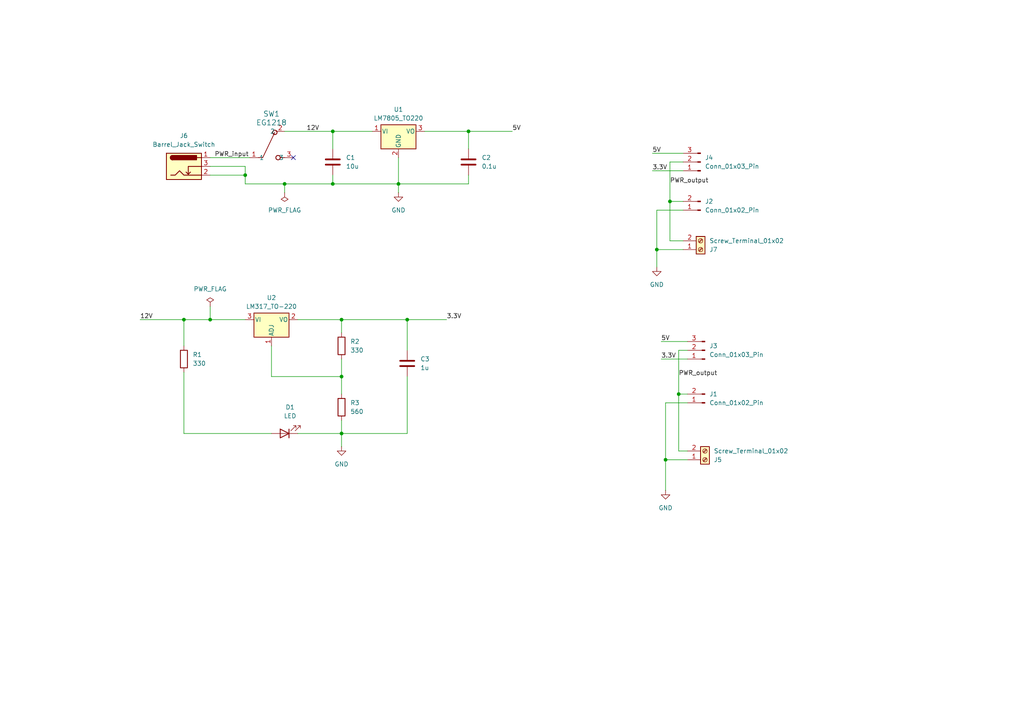
<source format=kicad_sch>
(kicad_sch (version 20231120) (generator "eeschema") (generator_version "8.0")
  (paper "A4")
  (title_block (title "Breadboard Power Supply") (date "2024-04-29") (rev "0.1"))
  (lib_symbols
    (symbol "2024-04-29_22-25-16:EG1218" (pin_names (offset 0.254))
      (property "Reference" "SW" (at 7.62 15.24 0))
      (property "Value" "EG1218" (at 0 0 0))
      (symbol "EG1218_0_1"
        (polyline (pts (xy 2.54 0) (xy 3.81 0)) (stroke (width 0.2032)))
        (polyline (pts (xy 7.3251 7.3251) (xy 3.81 0)) (stroke (width 0.2032)))
        (polyline (pts (xy 10.16 0) (xy 8.89 0)) (stroke (width 0.2032)))
        (circle (center 7.3251 7.3251) (radius 0.635) (stroke (width 0.254)))
        (circle (center 8.255 0) (radius 0.635) (stroke (width 0.254)))
        (pin unspecified line (at 0 0 0) (length 2.54) (name "1") (number "1"))
        (pin unspecified line (at 10.16 7.62 180) (length 2.54) (name "2") (number "2"))
        (pin unspecified line (at 12.7 0 180) (length 2.54) (name "3") (number "3"))
      )
    )
    (symbol "Connector:Barrel_Jack_Switch" (pin_names hide)
      (property "Reference" "J" (at 0 5.334 0))
      (property "Value" "Barrel_Jack_Switch" (at 0 -5.08 0))
      (symbol "Barrel_Jack_Switch_0_1"
        (rectangle (start -5.08 3.81) (end 5.08 -3.81) (stroke (width 0.254)) (fill (type background)))
        (arc (start -3.302 3.175) (mid -3.9343 2.54) (end -3.302 1.905) (stroke (width 0.254)))
        (arc (start -3.302 3.175) (mid -3.9343 2.54) (end -3.302 1.905) (stroke (width 0.254)) (fill (type outline)))
        (polyline (pts (xy 1.27 -2.286) (xy 1.905 -1.651)) (stroke (width 0.254)))
        (polyline (pts (xy 5.08 2.54) (xy 3.81 2.54)) (stroke (width 0.254)))
        (polyline (pts (xy 5.08 0) (xy 1.27 0) (xy 1.27 -2.286) (xy 0.635 -1.651)) (stroke (width 0.254)))
        (polyline (pts (xy -3.81 -2.54) (xy -2.54 -2.54) (xy -1.27 -1.27) (xy 0 -2.54) (xy 2.54 -2.54) (xy 5.08 -2.54)) (stroke (width 0.254)))
        (rectangle (start 3.683 3.175) (end -3.302 1.905) (stroke (width 0.254)) (fill (type outline)))
      )
      (symbol "Barrel_Jack_Switch_1_1"
        (pin passive line (at 7.62 2.54 180) (length 2.54) (name "~") (number "1"))
        (pin passive line (at 7.62 -2.54 180) (length 2.54) (name "~") (number "2"))
        (pin passive line (at 7.62 0 180) (length 2.54) (name "~") (number "3"))
      )
    )
    (symbol "Connector:Conn_01x02_Pin" (pin_names (offset 1.016) hide)
      (property "Reference" "J" (at 0 2.54 0))
      (property "Value" "Conn_01x02_Pin" (at 0 -5.08 0))
      (symbol "Conn_01x02_Pin_1_1"
        (polyline (pts (xy 1.27 -2.54) (xy 0.8636 -2.54)) (stroke (width 0.1524)))
        (polyline (pts (xy 1.27 0) (xy 0.8636 0)) (stroke (width 0.1524)))
        (rectangle (start 0.8636 -2.413) (end 0 -2.667) (stroke (width 0.1524)) (fill (type outline)))
        (rectangle (start 0.8636 0.127) (end 0 -0.127) (stroke (width 0.1524)) (fill (type outline)))
        (pin passive line (at 5.08 0 180) (length 3.81) (name "Pin_1") (number "1"))
        (pin passive line (at 5.08 -2.54 180) (length 3.81) (name "Pin_2") (number "2"))
      )
    )
    (symbol "Connector:Conn_01x03_Pin" (pin_names (offset 1.016) hide)
      (property "Reference" "J" (at 0 5.08 0))
      (property "Value" "Conn_01x03_Pin" (at 0 -5.08 0))
      (symbol "Conn_01x03_Pin_1_1"
        (polyline (pts (xy 1.27 -2.54) (xy 0.8636 -2.54)) (stroke (width 0.1524)))
        (polyline (pts (xy 1.27 0) (xy 0.8636 0)) (stroke (width 0.1524)))
        (polyline (pts (xy 1.27 2.54) (xy 0.8636 2.54)) (stroke (width 0.1524)))
        (rectangle (start 0.8636 -2.413) (end 0 -2.667) (stroke (width 0.1524)) (fill (type outline)))
        (rectangle (start 0.8636 0.127) (end 0 -0.127) (stroke (width 0.1524)) (fill (type outline)))
        (rectangle (start 0.8636 2.667) (end 0 2.413) (stroke (width 0.1524)) (fill (type outline)))
        (pin passive line (at 5.08 2.54 180) (length 3.81) (name "Pin_1") (number "1"))
        (pin passive line (at 5.08 0 180) (length 3.81) (name "Pin_2") (number "2"))
        (pin passive line (at 5.08 -2.54 180) (length 3.81) (name "Pin_3") (number "3"))
      )
    )
    (symbol "Connector:Screw_Terminal_01x02" (pin_names (offset 1.016) hide)
      (property "Reference" "J" (at 0 2.54 0))
      (property "Value" "Screw_Terminal_01x02" (at 0 -5.08 0))
      (symbol "Screw_Terminal_01x02_1_1"
        (rectangle (start -1.27 1.27) (end 1.27 -3.81) (stroke (width 0.254)) (fill (type background)))
        (circle (center 0 -2.54) (radius 0.635) (stroke (width 0.1524)))
        (polyline (pts (xy -0.5334 -2.2098) (xy 0.3302 -3.048)) (stroke (width 0.1524)))
        (polyline (pts (xy -0.5334 0.3302) (xy 0.3302 -0.508)) (stroke (width 0.1524)))
        (polyline (pts (xy -0.3556 -2.032) (xy 0.508 -2.8702)) (stroke (width 0.1524)))
        (polyline (pts (xy -0.3556 0.508) (xy 0.508 -0.3302)) (stroke (width 0.1524)))
        (circle (center 0 0) (radius 0.635) (stroke (width 0.1524)))
        (pin passive line (at -5.08 0 0) (length 3.81) (name "Pin_1") (number "1"))
        (pin passive line (at -5.08 -2.54 0) (length 3.81) (name "Pin_2") (number "2"))
      )
    )
    (symbol "Device:C" (pin_numbers hide) (pin_names (offset 0.254))
      (property "Reference" "C" (at 0.635 2.54 0))
      (property "Value" "C" (at 0.635 -2.54 0))
      (symbol "C_0_1"
        (polyline (pts (xy -2.032 -0.762) (xy 2.032 -0.762)) (stroke (width 0.508)))
        (polyline (pts (xy -2.032 0.762) (xy 2.032 0.762)) (stroke (width 0.508)))
      )
      (symbol "C_1_1"
        (pin passive line (at 0 3.81 270) (length 2.794) (name "~") (number "1"))
        (pin passive line (at 0 -3.81 90) (length 2.794) (name "~") (number "2"))
      )
    )
    (symbol "Device:LED" (pin_numbers hide) (pin_names (offset 1.016) hide)
      (property "Reference" "D" (at 0 2.54 0))
      (property "Value" "LED" (at 0 -2.54 0))
      (symbol "LED_0_1"
        (polyline (pts (xy -1.27 -1.27) (xy -1.27 1.27)) (stroke (width 0.254)))
        (polyline (pts (xy -1.27 0) (xy 1.27 0)))
        (polyline (pts (xy 1.27 -1.27) (xy 1.27 1.27) (xy -1.27 0) (xy 1.27 -1.27)) (stroke (width 0.254)))
        (polyline (pts (xy -3.048 -0.762) (xy -4.572 -2.286) (xy -3.81 -2.286) (xy -4.572 -2.286) (xy -4.572 -1.524)))
        (polyline (pts (xy -1.778 -0.762) (xy -3.302 -2.286) (xy -2.54 -2.286) (xy -3.302 -2.286) (xy -3.302 -1.524)))
      )
      (symbol "LED_1_1"
        (pin passive line (at -3.81 0 0) (length 2.54) (name "K") (number "1"))
        (pin passive line (at 3.81 0 180) (length 2.54) (name "A") (number "2"))
      )
    )
    (symbol "Device:R" (pin_numbers hide) (pin_names (offset 0))
      (property "Reference" "R" (at 2.032 0 90))
      (property "Value" "R" (at 0 0 90))
      (symbol "R_0_1"
        (rectangle (start -1.016 -2.54) (end 1.016 2.54) (stroke (width 0.254)))
      )
      (symbol "R_1_1"
        (pin passive line (at 0 3.81 270) (length 1.27) (name "~") (number "1"))
        (pin passive line (at 0 -3.81 90) (length 1.27) (name "~") (number "2"))
      )
    )
    (symbol "Regulator_Linear:LM317_TO-220" (pin_names (offset 0.254))
      (property "Reference" "U" (at -3.81 3.175 0))
      (property "Value" "LM317_TO-220" (at 0 3.175 0))
      (symbol "LM317_TO-220_0_1"
        (rectangle (start -5.08 1.905) (end 5.08 -5.08) (stroke (width 0.254)) (fill (type background)))
      )
      (symbol "LM317_TO-220_1_1"
        (pin input line (at 0 -7.62 90) (length 2.54) (name "ADJ") (number "1"))
        (pin power_out line (at 7.62 0 180) (length 2.54) (name "VO") (number "2"))
        (pin power_in line (at -7.62 0 0) (length 2.54) (name "VI") (number "3"))
      )
    )
    (symbol "Regulator_Linear:LM7805_TO220" (pin_names (offset 0.254))
      (property "Reference" "U" (at -3.81 3.175 0))
      (property "Value" "LM7805_TO220" (at 0 3.175 0))
      (symbol "LM7805_TO220_0_1"
        (rectangle (start -5.08 1.905) (end 5.08 -5.08) (stroke (width 0.254)) (fill (type background)))
      )
      (symbol "LM7805_TO220_1_1"
        (pin power_in line (at -7.62 0 0) (length 2.54) (name "VI") (number "1"))
        (pin power_in line (at 0 -7.62 90) (length 2.54) (name "GND") (number "2"))
        (pin power_out line (at 7.62 0 180) (length 2.54) (name "VO") (number "3"))
      )
    )
    (symbol "power:GND" (power) (pin_numbers hide) (pin_names (offset 0) hide)
      (property "Value" "GND" (at 0 -3.81 0))
      (symbol "GND_0_1"
        (polyline (pts (xy 0 0) (xy 0 -1.27) (xy 1.27 -1.27) (xy 0 -2.54) (xy -1.27 -1.27) (xy 0 -1.27)))
      )
      (symbol "GND_1_1"
        (pin power_in line (at 0 0 270) (length 0) (name "~") (number "1"))
      )
    )
    (symbol "power:PWR_FLAG" (power) (pin_numbers hide) (pin_names (offset 0) hide)
      (property "Value" "PWR_FLAG" (at 0 3.81 0))
      (symbol "PWR_FLAG_0_0"
        (pin power_out line (at 0 0 90) (length 0) (name "~") (number "1"))
      )
      (symbol "PWR_FLAG_0_1"
        (polyline (pts (xy 0 0) (xy 0 1.27) (xy -1.016 1.905) (xy 0 2.54) (xy 1.016 1.905) (xy 0 1.27)))
      )
    )
  )
  (junction (at 96.52 38.1))
  (junction (at 196.85 114.3))
  (junction (at 115.57 53.34))
  (junction (at 71.12 50.8))
  (junction (at 99.06 125.73))
  (junction (at 193.04 133.35))
  (junction (at 53.34 92.71))
  (junction (at 82.55 53.34))
  (junction (at 190.5 72.39))
  (junction (at 135.89 38.1))
  (junction (at 99.06 109.22))
  (junction (at 60.96 92.71))
  (junction (at 99.06 92.71))
  (junction (at 194.31 58.42))
  (junction (at 118.11 92.71))
  (junction (at 96.52 53.34))
  (no_connect (at 85.09 45.72))
  (wire (pts (xy 198.12 72.39) (xy 190.5 72.39)))
  (wire (pts (xy 190.5 60.96) (xy 190.5 72.39)))
  (wire (pts (xy 118.11 125.73) (xy 99.06 125.73)))
  (wire (pts (xy 199.39 116.84) (xy 193.04 116.84)))
  (wire (pts (xy 135.89 53.34) (xy 115.57 53.34)))
  (wire (pts (xy 118.11 92.71) (xy 129.54 92.71)))
  (wire (pts (xy 82.55 38.1) (xy 96.52 38.1)))
  (wire (pts (xy 78.74 109.22) (xy 99.06 109.22)))
  (wire (pts (xy 82.55 55.88) (xy 82.55 53.34)))
  (wire (pts (xy 189.23 49.53) (xy 198.12 49.53)))
  (wire (pts (xy 71.12 53.34) (xy 82.55 53.34)))
  (wire (pts (xy 198.12 46.99) (xy 194.31 46.99)))
  (wire (pts (xy 96.52 38.1) (xy 96.52 43.18)))
  (wire (pts (xy 196.85 114.3) (xy 199.39 114.3)))
  (wire (pts (xy 71.12 50.8) (xy 71.12 53.34)))
  (wire (pts (xy 196.85 101.6) (xy 196.85 114.3)))
  (wire (pts (xy 193.04 116.84) (xy 193.04 133.35)))
  (wire (pts (xy 194.31 58.42) (xy 198.12 58.42)))
  (wire (pts (xy 99.06 125.73) (xy 99.06 129.54)))
  (wire (pts (xy 115.57 45.72) (xy 115.57 53.34)))
  (wire (pts (xy 99.06 92.71) (xy 118.11 92.71)))
  (wire (pts (xy 135.89 38.1) (xy 148.59 38.1)))
  (wire (pts (xy 40.64 92.71) (xy 53.34 92.71)))
  (wire (pts (xy 193.04 133.35) (xy 193.04 142.24)))
  (wire (pts (xy 78.74 100.33) (xy 78.74 109.22)))
  (wire (pts (xy 199.39 133.35) (xy 193.04 133.35)))
  (wire (pts (xy 53.34 92.71) (xy 60.96 92.71)))
  (wire (pts (xy 118.11 109.22) (xy 118.11 125.73)))
  (wire (pts (xy 60.96 88.9) (xy 60.96 92.71)))
  (wire (pts (xy 60.96 48.26) (xy 71.12 48.26)))
  (wire (pts (xy 191.77 99.06) (xy 199.39 99.06)))
  (wire (pts (xy 196.85 101.6) (xy 199.39 101.6)))
  (wire (pts (xy 99.06 109.22) (xy 99.06 114.3)))
  (wire (pts (xy 96.52 38.1) (xy 107.95 38.1)))
  (wire (pts (xy 194.31 46.99) (xy 194.31 58.42)))
  (wire (pts (xy 135.89 50.8) (xy 135.89 53.34)))
  (wire (pts (xy 135.89 38.1) (xy 135.89 43.18)))
  (wire (pts (xy 99.06 104.14) (xy 99.06 109.22)))
  (wire (pts (xy 60.96 50.8) (xy 71.12 50.8)))
  (wire (pts (xy 60.96 45.72) (xy 72.39 45.72)))
  (wire (pts (xy 123.19 38.1) (xy 135.89 38.1)))
  (wire (pts (xy 78.74 125.73) (xy 53.34 125.73)))
  (wire (pts (xy 82.55 53.34) (xy 96.52 53.34)))
  (wire (pts (xy 99.06 125.73) (xy 99.06 121.92)))
  (wire (pts (xy 115.57 53.34) (xy 115.57 55.88)))
  (wire (pts (xy 191.77 104.14) (xy 199.39 104.14)))
  (wire (pts (xy 190.5 72.39) (xy 190.5 77.47)))
  (wire (pts (xy 199.39 130.81) (xy 196.85 130.81)))
  (wire (pts (xy 196.85 114.3) (xy 196.85 130.81)))
  (wire (pts (xy 86.36 92.71) (xy 99.06 92.71)))
  (wire (pts (xy 99.06 96.52) (xy 99.06 92.71)))
  (wire (pts (xy 189.23 44.45) (xy 198.12 44.45)))
  (wire (pts (xy 198.12 60.96) (xy 190.5 60.96)))
  (wire (pts (xy 198.12 69.85) (xy 194.31 69.85)))
  (wire (pts (xy 71.12 48.26) (xy 71.12 50.8)))
  (wire (pts (xy 60.96 92.71) (xy 71.12 92.71)))
  (wire (pts (xy 53.34 100.33) (xy 53.34 92.71)))
  (wire (pts (xy 86.36 125.73) (xy 99.06 125.73)))
  (wire (pts (xy 118.11 101.6) (xy 118.11 92.71)))
  (wire (pts (xy 96.52 53.34) (xy 115.57 53.34)))
  (wire (pts (xy 96.52 50.8) (xy 96.52 53.34)))
  (wire (pts (xy 53.34 125.73) (xy 53.34 107.95)))
  (wire (pts (xy 194.31 69.85) (xy 194.31 58.42)))
  (label "PWR_output" (at 194.31 53.34 0))
  (label "5V" (at 189.23 44.45 0))
  (label "3.3V" (at 129.54 92.71 0))
  (label "12V" (at 88.9 38.1 0))
  (label "5V" (at 148.59 38.1 0))
  (label "12V" (at 40.64 92.71 0))
  (label "PWR_output" (at 196.85 109.22 0))
  (label "PWR_input" (at 62.23 45.72 0))
  (label "3.3V" (at 189.23 49.53 0))
  (label "3.3V" (at 191.77 104.14 0))
  (label "5V" (at 191.77 99.06 0))
  (symbol (lib_id "power:PWR_FLAG") (at 60.96 88.9 0) (unit 1)
    (property "Reference" "#FLG02" (effects (hide yes)))
    (property "Value" "PWR_FLAG" (at 60.96 83.82 0))
    (property "Description" "Special symbol for telling ERC where power comes from" (effects (hide yes)))
  )
  (symbol (lib_id "Device:LED") (at 82.55 125.73 180) (unit 1)
    (property "Reference" "D1" (at 84.1375 118.11 0))
    (property "Value" "LED" (at 84.1375 120.65 0))
    (property "Footprint" "LED_THT:LED_D5.0mm" (effects (hide yes)))
    (property "Description" "Light emitting diode" (effects (hide yes)))
  )
  (symbol (lib_id "Device:C") (at 96.52 46.99 0) (unit 1)
    (property "Reference" "C1" (at 100.33 45.7199 0) (effects (justify left)))
    (property "Value" "10u" (at 100.33 48.2599 0) (effects (justify left)))
    (property "Footprint" "Capacitor_THT:C_Disc_D3.0mm_W1.6mm_P2.50mm" (effects (hide yes)))
    (property "Description" "Unpolarized capacitor" (effects (hide yes)))
  )
  (symbol (lib_id "Connector:Conn_01x03_Pin") (at 203.2 46.99 180) (unit 1)
    (property "Reference" "J4" (at 204.47 45.7199 0) (effects (justify right)))
    (property "Value" "Conn_01x03_Pin" (at 204.47 48.2599 0) (effects (justify right)))
    (property "Footprint" "Connector_PinHeader_2.54mm:PinHeader_1x03_P2.54mm_Vertical" (effects (hide yes)))
    (property "Description" "Generic connector, single row, 01x03, script generated" (effects (hide yes)))
  )
  (symbol (lib_id "power:PWR_FLAG") (at 82.55 55.88 180) (unit 1)
    (property "Reference" "#FLG01" (effects (hide yes)))
    (property "Value" "PWR_FLAG" (at 82.55 60.96 0))
    (property "Description" "Special symbol for telling ERC where power comes from" (effects (hide yes)))
  )
  (symbol (lib_id "power:GND") (at 115.57 55.88 0) (unit 1)
    (property "Reference" "#PWR01" (effects (hide yes)))
    (property "Value" "GND" (at 115.57 60.96 0))
    (property "Description" "Power symbol creates a global label with name \"GND\" , ground" (effects (hide yes)))
  )
  (symbol (lib_id "power:GND") (at 190.5 77.47 0) (unit 1)
    (property "Reference" "#PWR04" (effects (hide yes)))
    (property "Value" "GND" (at 190.5 82.55 0))
    (property "Description" "Power symbol creates a global label with name \"GND\" , ground" (effects (hide yes)))
  )
  (symbol (lib_id "Device:R") (at 53.34 104.14 180) (unit 1)
    (property "Reference" "R1" (at 55.88 102.8699 0) (effects (justify right)))
    (property "Value" "330" (at 55.88 105.4099 0) (effects (justify right)))
    (property "Footprint" "Resistor_THT:R_Axial_DIN0204_L3.6mm_D1.6mm_P7.62mm_Horizontal" (effects (hide yes)))
    (property "Description" "Resistor" (effects (hide yes)))
  )
  (symbol (lib_id "power:GND") (at 99.06 129.54 0) (unit 1)
    (property "Reference" "#PWR02" (effects (hide yes)))
    (property "Value" "GND" (at 99.06 134.62 0))
    (property "Description" "Power symbol creates a global label with name \"GND\" , ground" (effects (hide yes)))
  )
  (symbol (lib_id "Connector:Conn_01x02_Pin") (at 203.2 60.96 180) (unit 1)
    (property "Reference" "J2" (at 204.47 58.4199 0) (effects (justify right)))
    (property "Value" "Conn_01x02_Pin" (at 204.47 60.9599 0) (effects (justify right)))
    (property "Footprint" "Connector_PinHeader_2.54mm:PinHeader_1x02_P2.54mm_Vertical" (effects (hide yes)))
    (property "Description" "Generic connector, single row, 01x02, script generated" (effects (hide yes)))
  )
  (symbol (lib_id "Connector:Conn_01x03_Pin") (at 204.47 101.6 180) (unit 1)
    (property "Reference" "J3" (at 205.74 100.3299 0) (effects (justify right)))
    (property "Value" "Conn_01x03_Pin" (at 205.74 102.8699 0) (effects (justify right)))
    (property "Footprint" "Connector_PinHeader_2.54mm:PinHeader_1x03_P2.54mm_Vertical" (effects (hide yes)))
    (property "Description" "Generic connector, single row, 01x03, script generated" (effects (hide yes)))
  )
  (symbol (lib_id "Connector:Screw_Terminal_01x02") (at 204.47 133.35 0) (mirror x) (unit 1)
    (property "Reference" "J5" (at 207.01 133.3501 0) (effects (justify left)))
    (property "Value" "Screw_Terminal_01x02" (at 207.01 130.8101 0) (effects (justify left)))
    (property "Footprint" "TerminalBlock:TerminalBlock_bornier-2_P5.08mm" (effects (hide yes)))
    (property "Description" "Generic screw terminal, single row, 01x02, script generated (kicad-library-utils/schlib/autogen/connector/)" (effects (hide yes)))
  )
  (symbol (lib_id "Connector:Screw_Terminal_01x02") (at 203.2 72.39 0) (mirror x) (unit 1)
    (property "Reference" "J7" (at 205.74 72.3901 0) (effects (justify left)))
    (property "Value" "Screw_Terminal_01x02" (at 205.74 69.8501 0) (effects (justify left)))
    (property "Footprint" "TerminalBlock:TerminalBlock_bornier-2_P5.08mm" (effects (hide yes)))
    (property "Description" "Generic screw terminal, single row, 01x02, script generated (kicad-library-utils/schlib/autogen/connector/)" (effects (hide yes)))
  )
  (symbol (lib_id "power:GND") (at 193.04 142.24 0) (unit 1)
    (property "Reference" "#PWR03" (effects (hide yes)))
    (property "Value" "GND" (at 193.04 147.32 0))
    (property "Description" "Power symbol creates a global label with name \"GND\" , ground" (effects (hide yes)))
  )
  (symbol (lib_id "Connector:Barrel_Jack_Switch") (at 53.34 48.26 0) (unit 1)
    (property "Reference" "J6" (at 53.34 39.37 0))
    (property "Value" "Barrel_Jack_Switch" (at 53.34 41.91 0))
    (property "Footprint" "Connector_BarrelJack:BarrelJack_Horizontal" (effects (hide yes)))
    (property "Description" "DC Barrel Jack with an internal switch" (effects (hide yes)))
  )
  (symbol (lib_id "Device:R") (at 99.06 100.33 180) (unit 1)
    (property "Reference" "R2" (at 101.6 99.0599 0) (effects (justify right)))
    (property "Value" "330" (at 101.6 101.5999 0) (effects (justify right)))
    (property "Footprint" "Resistor_THT:R_Axial_DIN0204_L3.6mm_D1.6mm_P7.62mm_Horizontal" (effects (hide yes)))
    (property "Description" "Resistor" (effects (hide yes)))
  )
  (symbol (lib_id "Regulator_Linear:LM7805_TO220") (at 115.57 38.1 0) (unit 1)
    (property "Reference" "U1" (at 115.57 31.75 0))
    (property "Value" "LM7805_TO220" (at 115.57 34.29 0))
    (property "Footprint" "Package_TO_SOT_THT:TO-220-3_Vertical" (effects (hide yes)))
    (property "Datasheet" "https://www.onsemi.cn/PowerSolutions/document/MC7800-D.PDF" (effects (hide yes)))
    (property "Description" "Positive 1A 35V Linear Regulator, Fixed Output 5V, TO-220" (effects (hide yes)))
  )
  (symbol (lib_id "Device:R") (at 99.06 118.11 180) (unit 1)
    (property "Reference" "R3" (at 101.6 116.8399 0) (effects (justify right)))
    (property "Value" "560" (at 101.6 119.3799 0) (effects (justify right)))
    (property "Footprint" "Resistor_THT:R_Axial_DIN0204_L3.6mm_D1.6mm_P7.62mm_Horizontal" (effects (hide yes)))
    (property "Description" "Resistor" (effects (hide yes)))
  )
  (symbol (lib_id "Regulator_Linear:LM317_TO-220") (at 78.74 92.71 0) (unit 1)
    (property "Reference" "U2" (at 78.74 86.36 0))
    (property "Value" "LM317_TO-220" (at 78.74 88.9 0))
    (property "Footprint" "Package_TO_SOT_THT:TO-220-3_Vertical" (effects (hide yes)))
    (property "Datasheet" "http://www.ti.com/lit/ds/symlink/lm317.pdf" (effects (hide yes)))
    (property "Description" "1.5A 35V Adjustable Linear Regulator, TO-220" (effects (hide yes)))
  )
  (symbol (lib_id "Device:C") (at 135.89 46.99 0) (unit 1)
    (property "Reference" "C2" (at 139.7 45.7199 0) (effects (justify left)))
    (property "Value" "0.1u" (at 139.7 48.2599 0) (effects (justify left)))
    (property "Footprint" "Capacitor_THT:C_Disc_D3.0mm_W1.6mm_P2.50mm" (effects (hide yes)))
    (property "Description" "Unpolarized capacitor" (effects (hide yes)))
  )
  (symbol (lib_id "2024-04-29_22-25-16:EG1218") (at 72.39 45.72 0) (unit 1)
    (property "Reference" "SW1" (at 78.74 33.02 0) (effects (font (size 1.524 1.524))))
    (property "Value" "EG1218" (at 78.74 35.56 0) (effects (font (size 1.524 1.524))))
    (property "Footprint" "SW_1218_EWI" (effects (hide yes)))
    (property "Datasheet" "EG1218" (effects (hide yes)))
  )
  (symbol (lib_id "Connector:Conn_01x02_Pin") (at 204.47 116.84 180) (unit 1)
    (property "Reference" "J1" (at 205.74 114.2999 0) (effects (justify right)))
    (property "Value" "Conn_01x02_Pin" (at 205.74 116.8399 0) (effects (justify right)))
    (property "Footprint" "Connector_PinHeader_2.54mm:PinHeader_1x02_P2.54mm_Vertical" (effects (hide yes)))
    (property "Description" "Generic connector, single row, 01x02, script generated" (effects (hide yes)))
  )
  (symbol (lib_id "Device:C") (at 118.11 105.41 0) (unit 1)
    (property "Reference" "C3" (at 121.92 104.1399 0) (effects (justify left)))
    (property "Value" "1u" (at 121.92 106.6799 0) (effects (justify left)))
    (property "Footprint" "Capacitor_THT:C_Disc_D3.0mm_W1.6mm_P2.50mm" (effects (hide yes)))
    (property "Description" "Unpolarized capacitor" (effects (hide yes)))
  )
)
</source>
